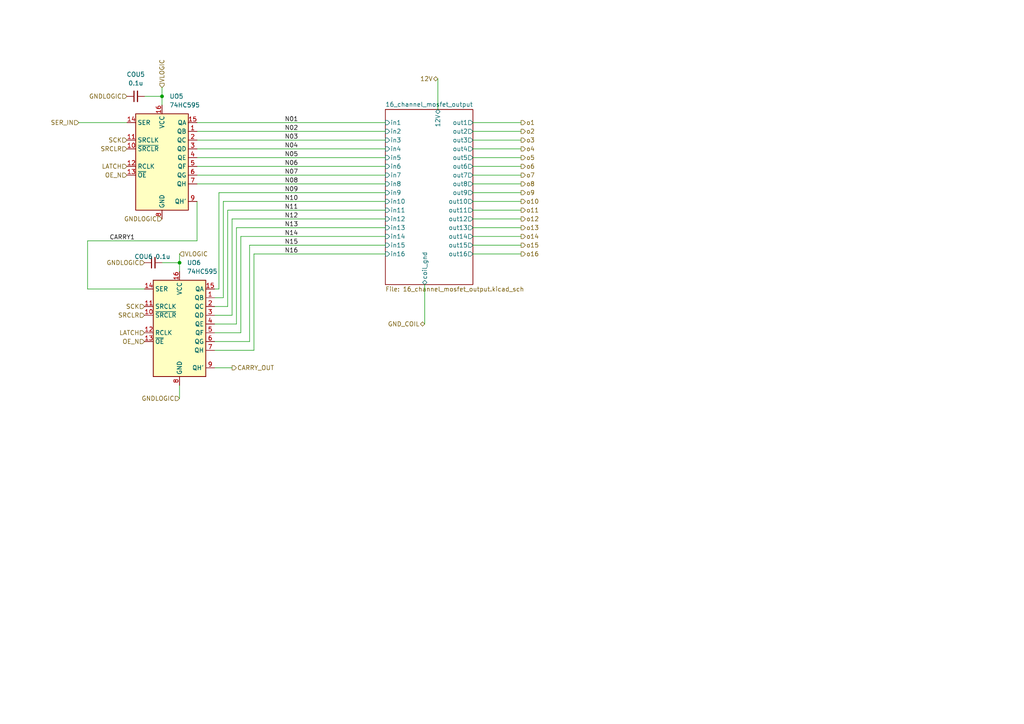
<source format=kicad_sch>
(kicad_sch
	(version 20250114)
	(generator "eeschema")
	(generator_version "9.0")
	(uuid "40e50d09-ea3c-455b-9755-f1f5941e9fc7")
	(paper "A4")
	(lib_symbols
		(symbol "74xx:74HC595"
			(exclude_from_sim no)
			(in_bom yes)
			(on_board yes)
			(property "Reference" "U"
				(at -7.62 13.97 0)
				(effects
					(font
						(size 1.27 1.27)
					)
				)
			)
			(property "Value" "74HC595"
				(at -7.62 -16.51 0)
				(effects
					(font
						(size 1.27 1.27)
					)
				)
			)
			(property "Footprint" ""
				(at 0 0 0)
				(effects
					(font
						(size 1.27 1.27)
					)
					(hide yes)
				)
			)
			(property "Datasheet" "http://www.ti.com/lit/ds/symlink/sn74hc595.pdf"
				(at 0 0 0)
				(effects
					(font
						(size 1.27 1.27)
					)
					(hide yes)
				)
			)
			(property "Description" "8-bit serial in/out Shift Register 3-State Outputs"
				(at 0 0 0)
				(effects
					(font
						(size 1.27 1.27)
					)
					(hide yes)
				)
			)
			(property "ki_keywords" "HCMOS SR 3State"
				(at 0 0 0)
				(effects
					(font
						(size 1.27 1.27)
					)
					(hide yes)
				)
			)
			(property "ki_fp_filters" "DIP*W7.62mm* SOIC*3.9x9.9mm*P1.27mm* TSSOP*4.4x5mm*P0.65mm* SOIC*5.3x10.2mm*P1.27mm* SOIC*7.5x10.3mm*P1.27mm*"
				(at 0 0 0)
				(effects
					(font
						(size 1.27 1.27)
					)
					(hide yes)
				)
			)
			(symbol "74HC595_1_0"
				(pin input line
					(at -10.16 10.16 0)
					(length 2.54)
					(name "SER"
						(effects
							(font
								(size 1.27 1.27)
							)
						)
					)
					(number "14"
						(effects
							(font
								(size 1.27 1.27)
							)
						)
					)
				)
				(pin input line
					(at -10.16 5.08 0)
					(length 2.54)
					(name "SRCLK"
						(effects
							(font
								(size 1.27 1.27)
							)
						)
					)
					(number "11"
						(effects
							(font
								(size 1.27 1.27)
							)
						)
					)
				)
				(pin input line
					(at -10.16 2.54 0)
					(length 2.54)
					(name "~{SRCLR}"
						(effects
							(font
								(size 1.27 1.27)
							)
						)
					)
					(number "10"
						(effects
							(font
								(size 1.27 1.27)
							)
						)
					)
				)
				(pin input line
					(at -10.16 -2.54 0)
					(length 2.54)
					(name "RCLK"
						(effects
							(font
								(size 1.27 1.27)
							)
						)
					)
					(number "12"
						(effects
							(font
								(size 1.27 1.27)
							)
						)
					)
				)
				(pin input line
					(at -10.16 -5.08 0)
					(length 2.54)
					(name "~{OE}"
						(effects
							(font
								(size 1.27 1.27)
							)
						)
					)
					(number "13"
						(effects
							(font
								(size 1.27 1.27)
							)
						)
					)
				)
				(pin power_in line
					(at 0 15.24 270)
					(length 2.54)
					(name "VCC"
						(effects
							(font
								(size 1.27 1.27)
							)
						)
					)
					(number "16"
						(effects
							(font
								(size 1.27 1.27)
							)
						)
					)
				)
				(pin power_in line
					(at 0 -17.78 90)
					(length 2.54)
					(name "GND"
						(effects
							(font
								(size 1.27 1.27)
							)
						)
					)
					(number "8"
						(effects
							(font
								(size 1.27 1.27)
							)
						)
					)
				)
				(pin tri_state line
					(at 10.16 10.16 180)
					(length 2.54)
					(name "QA"
						(effects
							(font
								(size 1.27 1.27)
							)
						)
					)
					(number "15"
						(effects
							(font
								(size 1.27 1.27)
							)
						)
					)
				)
				(pin tri_state line
					(at 10.16 7.62 180)
					(length 2.54)
					(name "QB"
						(effects
							(font
								(size 1.27 1.27)
							)
						)
					)
					(number "1"
						(effects
							(font
								(size 1.27 1.27)
							)
						)
					)
				)
				(pin tri_state line
					(at 10.16 5.08 180)
					(length 2.54)
					(name "QC"
						(effects
							(font
								(size 1.27 1.27)
							)
						)
					)
					(number "2"
						(effects
							(font
								(size 1.27 1.27)
							)
						)
					)
				)
				(pin tri_state line
					(at 10.16 2.54 180)
					(length 2.54)
					(name "QD"
						(effects
							(font
								(size 1.27 1.27)
							)
						)
					)
					(number "3"
						(effects
							(font
								(size 1.27 1.27)
							)
						)
					)
				)
				(pin tri_state line
					(at 10.16 0 180)
					(length 2.54)
					(name "QE"
						(effects
							(font
								(size 1.27 1.27)
							)
						)
					)
					(number "4"
						(effects
							(font
								(size 1.27 1.27)
							)
						)
					)
				)
				(pin tri_state line
					(at 10.16 -2.54 180)
					(length 2.54)
					(name "QF"
						(effects
							(font
								(size 1.27 1.27)
							)
						)
					)
					(number "5"
						(effects
							(font
								(size 1.27 1.27)
							)
						)
					)
				)
				(pin tri_state line
					(at 10.16 -5.08 180)
					(length 2.54)
					(name "QG"
						(effects
							(font
								(size 1.27 1.27)
							)
						)
					)
					(number "6"
						(effects
							(font
								(size 1.27 1.27)
							)
						)
					)
				)
				(pin tri_state line
					(at 10.16 -7.62 180)
					(length 2.54)
					(name "QH"
						(effects
							(font
								(size 1.27 1.27)
							)
						)
					)
					(number "7"
						(effects
							(font
								(size 1.27 1.27)
							)
						)
					)
				)
				(pin output line
					(at 10.16 -12.7 180)
					(length 2.54)
					(name "QH'"
						(effects
							(font
								(size 1.27 1.27)
							)
						)
					)
					(number "9"
						(effects
							(font
								(size 1.27 1.27)
							)
						)
					)
				)
			)
			(symbol "74HC595_1_1"
				(rectangle
					(start -7.62 12.7)
					(end 7.62 -15.24)
					(stroke
						(width 0.254)
						(type default)
					)
					(fill
						(type background)
					)
				)
			)
			(embedded_fonts no)
		)
		(symbol "Device:C_Small"
			(pin_numbers
				(hide yes)
			)
			(pin_names
				(offset 0.254)
				(hide yes)
			)
			(exclude_from_sim no)
			(in_bom yes)
			(on_board yes)
			(property "Reference" "C"
				(at 0.254 1.778 0)
				(effects
					(font
						(size 1.27 1.27)
					)
					(justify left)
				)
			)
			(property "Value" "C_Small"
				(at 0.254 -2.032 0)
				(effects
					(font
						(size 1.27 1.27)
					)
					(justify left)
				)
			)
			(property "Footprint" ""
				(at 0 0 0)
				(effects
					(font
						(size 1.27 1.27)
					)
					(hide yes)
				)
			)
			(property "Datasheet" "~"
				(at 0 0 0)
				(effects
					(font
						(size 1.27 1.27)
					)
					(hide yes)
				)
			)
			(property "Description" "Unpolarized capacitor, small symbol"
				(at 0 0 0)
				(effects
					(font
						(size 1.27 1.27)
					)
					(hide yes)
				)
			)
			(property "ki_keywords" "capacitor cap"
				(at 0 0 0)
				(effects
					(font
						(size 1.27 1.27)
					)
					(hide yes)
				)
			)
			(property "ki_fp_filters" "C_*"
				(at 0 0 0)
				(effects
					(font
						(size 1.27 1.27)
					)
					(hide yes)
				)
			)
			(symbol "C_Small_0_1"
				(polyline
					(pts
						(xy -1.524 0.508) (xy 1.524 0.508)
					)
					(stroke
						(width 0.3048)
						(type default)
					)
					(fill
						(type none)
					)
				)
				(polyline
					(pts
						(xy -1.524 -0.508) (xy 1.524 -0.508)
					)
					(stroke
						(width 0.3302)
						(type default)
					)
					(fill
						(type none)
					)
				)
			)
			(symbol "C_Small_1_1"
				(pin passive line
					(at 0 2.54 270)
					(length 2.032)
					(name "~"
						(effects
							(font
								(size 1.27 1.27)
							)
						)
					)
					(number "1"
						(effects
							(font
								(size 1.27 1.27)
							)
						)
					)
				)
				(pin passive line
					(at 0 -2.54 90)
					(length 2.032)
					(name "~"
						(effects
							(font
								(size 1.27 1.27)
							)
						)
					)
					(number "2"
						(effects
							(font
								(size 1.27 1.27)
							)
						)
					)
				)
			)
			(embedded_fonts no)
		)
	)
	(junction
		(at 52.07 76.2)
		(diameter 0)
		(color 0 0 0 0)
		(uuid "34aa0857-af6f-44c4-a7bb-1e622e83f052")
	)
	(junction
		(at 46.99 27.94)
		(diameter 0)
		(color 0 0 0 0)
		(uuid "621c53c5-6dab-4945-a4e1-660cccfa33b6")
	)
	(wire
		(pts
			(xy 46.99 27.94) (xy 46.99 30.48)
		)
		(stroke
			(width 0)
			(type default)
		)
		(uuid "00aaee10-801b-4de6-8512-99d07b99b5bc")
	)
	(wire
		(pts
			(xy 151.13 38.1) (xy 137.16 38.1)
		)
		(stroke
			(width 0)
			(type default)
		)
		(uuid "0199f447-85f5-452a-9263-480ceb608286")
	)
	(wire
		(pts
			(xy 67.31 63.5) (xy 111.76 63.5)
		)
		(stroke
			(width 0)
			(type default)
		)
		(uuid "0a6c7851-3036-42c3-b30f-68c740ee81a1")
	)
	(wire
		(pts
			(xy 52.07 76.2) (xy 52.07 78.74)
		)
		(stroke
			(width 0)
			(type default)
		)
		(uuid "0cadc53b-b988-407e-b3a4-3b78c4901797")
	)
	(wire
		(pts
			(xy 57.15 48.26) (xy 111.76 48.26)
		)
		(stroke
			(width 0)
			(type default)
		)
		(uuid "1004ca3e-cd21-4db8-83c3-1aa9229bd3a1")
	)
	(wire
		(pts
			(xy 62.23 86.36) (xy 64.77 86.36)
		)
		(stroke
			(width 0)
			(type default)
		)
		(uuid "14fe008d-61ac-42b6-961d-f3970e931c42")
	)
	(wire
		(pts
			(xy 73.66 73.66) (xy 73.66 101.6)
		)
		(stroke
			(width 0)
			(type default)
		)
		(uuid "17604d87-8809-48d8-982a-c9babe6bb6c2")
	)
	(wire
		(pts
			(xy 73.66 73.66) (xy 111.76 73.66)
		)
		(stroke
			(width 0)
			(type default)
		)
		(uuid "1c1d51f6-fb9d-437d-8b89-42e90fb1465b")
	)
	(wire
		(pts
			(xy 57.15 40.64) (xy 111.76 40.64)
		)
		(stroke
			(width 0)
			(type default)
		)
		(uuid "26686692-89ed-47a9-8fc7-ecf51e730068")
	)
	(wire
		(pts
			(xy 25.4 83.82) (xy 25.4 69.85)
		)
		(stroke
			(width 0)
			(type default)
		)
		(uuid "2a487252-0055-4fae-a730-8e1719af4248")
	)
	(wire
		(pts
			(xy 151.13 58.42) (xy 137.16 58.42)
		)
		(stroke
			(width 0)
			(type default)
		)
		(uuid "2bb4c25c-ecd6-400f-a924-ce140ec8662e")
	)
	(wire
		(pts
			(xy 151.13 66.04) (xy 137.16 66.04)
		)
		(stroke
			(width 0)
			(type default)
		)
		(uuid "2e063bb1-65a9-4e92-826d-3776e72a9b57")
	)
	(wire
		(pts
			(xy 57.15 43.18) (xy 111.76 43.18)
		)
		(stroke
			(width 0)
			(type default)
		)
		(uuid "31c6e175-4113-4839-9faf-8b1ef970cbf1")
	)
	(wire
		(pts
			(xy 151.13 45.72) (xy 137.16 45.72)
		)
		(stroke
			(width 0)
			(type default)
		)
		(uuid "374f4650-3ea2-4c9f-9c15-156b1b5f9c9f")
	)
	(wire
		(pts
			(xy 73.66 101.6) (xy 62.23 101.6)
		)
		(stroke
			(width 0)
			(type default)
		)
		(uuid "37ddf086-6a49-4334-a9e6-c6ea74ac260e")
	)
	(wire
		(pts
			(xy 57.15 45.72) (xy 111.76 45.72)
		)
		(stroke
			(width 0)
			(type default)
		)
		(uuid "3e1998d4-c664-4cc1-ad03-24839f5406e4")
	)
	(wire
		(pts
			(xy 52.07 115.57) (xy 52.07 111.76)
		)
		(stroke
			(width 0)
			(type default)
		)
		(uuid "44638191-8988-49bf-9b30-e3fb4d8fdbe6")
	)
	(wire
		(pts
			(xy 69.85 96.52) (xy 69.85 68.58)
		)
		(stroke
			(width 0)
			(type default)
		)
		(uuid "4778d50e-8f18-47d1-8dd3-deb9632c1dda")
	)
	(wire
		(pts
			(xy 151.13 55.88) (xy 137.16 55.88)
		)
		(stroke
			(width 0)
			(type default)
		)
		(uuid "4cf55746-bd58-4a3f-89d4-9e8f4f5d0adf")
	)
	(wire
		(pts
			(xy 127 22.86) (xy 127 31.75)
		)
		(stroke
			(width 0)
			(type default)
		)
		(uuid "4da0e5dd-c749-4f55-9342-c01f11a0fcb3")
	)
	(wire
		(pts
			(xy 151.13 73.66) (xy 137.16 73.66)
		)
		(stroke
			(width 0)
			(type default)
		)
		(uuid "5441af02-7caa-423d-a6dc-527ec1ac06a3")
	)
	(wire
		(pts
			(xy 123.19 82.55) (xy 123.19 93.98)
		)
		(stroke
			(width 0)
			(type default)
		)
		(uuid "5a79a1cf-e73b-4fc2-9735-2bedf031f8ef")
	)
	(wire
		(pts
			(xy 151.13 48.26) (xy 137.16 48.26)
		)
		(stroke
			(width 0)
			(type default)
		)
		(uuid "607e51e5-bb30-4217-9e7f-b98832a57a57")
	)
	(wire
		(pts
			(xy 57.15 38.1) (xy 111.76 38.1)
		)
		(stroke
			(width 0)
			(type default)
		)
		(uuid "628c4f6e-5e40-4a89-aa7a-f98684bd299f")
	)
	(wire
		(pts
			(xy 67.31 91.44) (xy 67.31 63.5)
		)
		(stroke
			(width 0)
			(type default)
		)
		(uuid "645d2919-977e-4b8b-a79b-657db1fd57d9")
	)
	(wire
		(pts
			(xy 151.13 53.34) (xy 137.16 53.34)
		)
		(stroke
			(width 0)
			(type default)
		)
		(uuid "65a15d3c-664e-4905-83c4-013df7de949c")
	)
	(wire
		(pts
			(xy 68.58 66.04) (xy 111.76 66.04)
		)
		(stroke
			(width 0)
			(type default)
		)
		(uuid "67fc9a8b-5836-405f-804b-10d63500a79a")
	)
	(wire
		(pts
			(xy 151.13 40.64) (xy 137.16 40.64)
		)
		(stroke
			(width 0)
			(type default)
		)
		(uuid "6ad9237f-1c12-4f78-a45e-d3d216af1889")
	)
	(wire
		(pts
			(xy 68.58 93.98) (xy 68.58 66.04)
		)
		(stroke
			(width 0)
			(type default)
		)
		(uuid "6fac41aa-d15d-4f59-8b95-4e57c300255b")
	)
	(wire
		(pts
			(xy 52.07 73.66) (xy 52.07 76.2)
		)
		(stroke
			(width 0)
			(type default)
		)
		(uuid "747a1022-e47f-400c-914b-b6455f4dc8f5")
	)
	(wire
		(pts
			(xy 57.15 50.8) (xy 111.76 50.8)
		)
		(stroke
			(width 0)
			(type default)
		)
		(uuid "7ca456a3-8bb3-4282-ba05-e7725580d0e2")
	)
	(wire
		(pts
			(xy 46.99 76.2) (xy 52.07 76.2)
		)
		(stroke
			(width 0)
			(type default)
		)
		(uuid "7dd1da45-f860-4cd4-a5c7-18194190c613")
	)
	(wire
		(pts
			(xy 62.23 88.9) (xy 66.04 88.9)
		)
		(stroke
			(width 0)
			(type default)
		)
		(uuid "83bdaba8-af9e-4171-a5d2-674c5b8404f2")
	)
	(wire
		(pts
			(xy 67.31 106.68) (xy 62.23 106.68)
		)
		(stroke
			(width 0)
			(type default)
		)
		(uuid "89f7f324-ead8-4bee-b35c-9b92a55c4dc5")
	)
	(wire
		(pts
			(xy 72.39 71.12) (xy 72.39 99.06)
		)
		(stroke
			(width 0)
			(type default)
		)
		(uuid "8bb7baad-94be-4ba0-a9d2-701b92ed06d3")
	)
	(wire
		(pts
			(xy 62.23 91.44) (xy 67.31 91.44)
		)
		(stroke
			(width 0)
			(type default)
		)
		(uuid "91cb1ffa-d18c-4d2d-9b5e-01930a1dfac6")
	)
	(wire
		(pts
			(xy 64.77 86.36) (xy 64.77 58.42)
		)
		(stroke
			(width 0)
			(type default)
		)
		(uuid "92b47a71-6395-4ade-8a0e-6f5c7544722e")
	)
	(wire
		(pts
			(xy 62.23 83.82) (xy 63.5 83.82)
		)
		(stroke
			(width 0)
			(type default)
		)
		(uuid "931c1574-d43f-4123-8ffd-6a4593e83d0c")
	)
	(wire
		(pts
			(xy 66.04 88.9) (xy 66.04 60.96)
		)
		(stroke
			(width 0)
			(type default)
		)
		(uuid "93b6312a-7608-424d-b82f-99961f4a41b5")
	)
	(wire
		(pts
			(xy 57.15 53.34) (xy 111.76 53.34)
		)
		(stroke
			(width 0)
			(type default)
		)
		(uuid "a038d163-b194-41e1-a5d6-8bcad8c0a7d0")
	)
	(wire
		(pts
			(xy 57.15 35.56) (xy 111.76 35.56)
		)
		(stroke
			(width 0)
			(type default)
		)
		(uuid "a1dacb0c-2652-49e4-86f6-1c770e75fcad")
	)
	(wire
		(pts
			(xy 62.23 99.06) (xy 72.39 99.06)
		)
		(stroke
			(width 0)
			(type default)
		)
		(uuid "ab46a4d4-bf35-4b71-becb-3945d1464d7b")
	)
	(wire
		(pts
			(xy 66.04 60.96) (xy 111.76 60.96)
		)
		(stroke
			(width 0)
			(type default)
		)
		(uuid "ab7b8831-4cce-4270-a116-f25a8e7f9892")
	)
	(wire
		(pts
			(xy 22.86 35.56) (xy 36.83 35.56)
		)
		(stroke
			(width 0)
			(type default)
		)
		(uuid "af23f3a9-915f-4dc1-9616-c49032ca941f")
	)
	(wire
		(pts
			(xy 151.13 71.12) (xy 137.16 71.12)
		)
		(stroke
			(width 0)
			(type default)
		)
		(uuid "c1d23088-27d5-4512-a045-626887e1c020")
	)
	(wire
		(pts
			(xy 151.13 43.18) (xy 137.16 43.18)
		)
		(stroke
			(width 0)
			(type default)
		)
		(uuid "c1d8e0c1-c557-45d6-a51e-d1cbfe4666d0")
	)
	(wire
		(pts
			(xy 46.99 25.4) (xy 46.99 27.94)
		)
		(stroke
			(width 0)
			(type default)
		)
		(uuid "c5a89761-120e-48aa-b95c-9fda97ac1237")
	)
	(wire
		(pts
			(xy 63.5 83.82) (xy 63.5 55.88)
		)
		(stroke
			(width 0)
			(type default)
		)
		(uuid "cece05d2-f0d4-4e66-b69e-b95ddb6dfd29")
	)
	(wire
		(pts
			(xy 151.13 35.56) (xy 137.16 35.56)
		)
		(stroke
			(width 0)
			(type default)
		)
		(uuid "d2467320-747c-4875-a8ce-1b595ff97f18")
	)
	(wire
		(pts
			(xy 41.91 27.94) (xy 46.99 27.94)
		)
		(stroke
			(width 0)
			(type default)
		)
		(uuid "d5456616-6790-4dd1-9247-58ef4f27893b")
	)
	(wire
		(pts
			(xy 72.39 71.12) (xy 111.76 71.12)
		)
		(stroke
			(width 0)
			(type default)
		)
		(uuid "d8fad50f-fd51-4b9a-a669-2763f279dc5b")
	)
	(wire
		(pts
			(xy 151.13 60.96) (xy 137.16 60.96)
		)
		(stroke
			(width 0)
			(type default)
		)
		(uuid "db700b61-9e99-4298-bb3e-fcab04acafd3")
	)
	(wire
		(pts
			(xy 69.85 68.58) (xy 111.76 68.58)
		)
		(stroke
			(width 0)
			(type default)
		)
		(uuid "dd31648d-fb8f-4383-a2d8-823cc14d9598")
	)
	(wire
		(pts
			(xy 57.15 69.85) (xy 57.15 58.42)
		)
		(stroke
			(width 0)
			(type default)
		)
		(uuid "ddab4e4c-8468-4c1b-b551-df76d1e1efec")
	)
	(wire
		(pts
			(xy 151.13 50.8) (xy 137.16 50.8)
		)
		(stroke
			(width 0)
			(type default)
		)
		(uuid "de62589f-0e99-4711-9a05-d588d877c1d6")
	)
	(wire
		(pts
			(xy 62.23 96.52) (xy 69.85 96.52)
		)
		(stroke
			(width 0)
			(type default)
		)
		(uuid "e0271300-22a3-4654-b7f3-e3aea4ea3c67")
	)
	(wire
		(pts
			(xy 151.13 63.5) (xy 137.16 63.5)
		)
		(stroke
			(width 0)
			(type default)
		)
		(uuid "e32241b8-12de-42c4-83f4-c063143094a0")
	)
	(wire
		(pts
			(xy 41.91 83.82) (xy 25.4 83.82)
		)
		(stroke
			(width 0)
			(type default)
		)
		(uuid "e66115d2-b703-4081-a14c-39643401ae6b")
	)
	(wire
		(pts
			(xy 63.5 55.88) (xy 111.76 55.88)
		)
		(stroke
			(width 0)
			(type default)
		)
		(uuid "ee4bc94b-d0a5-4e1a-8caa-958236330e2b")
	)
	(wire
		(pts
			(xy 64.77 58.42) (xy 111.76 58.42)
		)
		(stroke
			(width 0)
			(type default)
		)
		(uuid "f2c966ea-51ea-49f0-9f5a-7d24a530d137")
	)
	(wire
		(pts
			(xy 62.23 93.98) (xy 68.58 93.98)
		)
		(stroke
			(width 0)
			(type default)
		)
		(uuid "f6148e76-3f16-4829-814a-1c4b371ebf76")
	)
	(wire
		(pts
			(xy 25.4 69.85) (xy 57.15 69.85)
		)
		(stroke
			(width 0)
			(type default)
		)
		(uuid "f890dbac-2710-45be-b4ea-64b888a71245")
	)
	(wire
		(pts
			(xy 151.13 68.58) (xy 137.16 68.58)
		)
		(stroke
			(width 0)
			(type default)
		)
		(uuid "f9e70f48-8e93-479f-9fce-ec85545432e8")
	)
	(label "N07"
		(at 82.55 50.8 0)
		(effects
			(font
				(size 1.27 1.27)
			)
			(justify left bottom)
		)
		(uuid "0d2d32ba-159c-403e-8d23-64ff36ce01e2")
	)
	(label "N02"
		(at 82.55 38.1 0)
		(effects
			(font
				(size 1.27 1.27)
			)
			(justify left bottom)
		)
		(uuid "115f5115-e65d-45e5-a9fa-4ec6280a09d5")
	)
	(label "N09"
		(at 82.55 55.88 0)
		(effects
			(font
				(size 1.27 1.27)
			)
			(justify left bottom)
		)
		(uuid "1762f3ee-40ac-4eee-94f5-7deb1f0526a7")
	)
	(label "N08"
		(at 82.55 53.34 0)
		(effects
			(font
				(size 1.27 1.27)
			)
			(justify left bottom)
		)
		(uuid "23bdbe3e-4085-42b1-9a13-be43f076d454")
	)
	(label "N13"
		(at 82.55 66.04 0)
		(effects
			(font
				(size 1.27 1.27)
			)
			(justify left bottom)
		)
		(uuid "2476525a-37e0-435c-971c-ce8667c6d31b")
	)
	(label "N06"
		(at 82.55 48.26 0)
		(effects
			(font
				(size 1.27 1.27)
			)
			(justify left bottom)
		)
		(uuid "48b5b9aa-1271-447c-861e-e6a80f87c1e6")
	)
	(label "N11"
		(at 82.55 60.96 0)
		(effects
			(font
				(size 1.27 1.27)
			)
			(justify left bottom)
		)
		(uuid "69d174cd-9d6e-471e-ae20-48852559d75e")
	)
	(label "N05"
		(at 82.55 45.72 0)
		(effects
			(font
				(size 1.27 1.27)
			)
			(justify left bottom)
		)
		(uuid "711f9daa-53ae-4a9b-a1da-6ad19005c045")
	)
	(label "N14"
		(at 82.55 68.58 0)
		(effects
			(font
				(size 1.27 1.27)
			)
			(justify left bottom)
		)
		(uuid "8f8ae6a0-67b4-4246-84e6-24625ffb8dae")
	)
	(label "N10"
		(at 82.55 58.42 0)
		(effects
			(font
				(size 1.27 1.27)
			)
			(justify left bottom)
		)
		(uuid "9ac6ab87-c784-4b50-a244-a6a487a7e5c6")
	)
	(label "N12"
		(at 82.55 63.5 0)
		(effects
			(font
				(size 1.27 1.27)
			)
			(justify left bottom)
		)
		(uuid "9fedf04b-a171-407d-a2d6-3d0fcf3d382c")
	)
	(label "N04"
		(at 82.55 43.18 0)
		(effects
			(font
				(size 1.27 1.27)
			)
			(justify left bottom)
		)
		(uuid "a3611257-2f4c-49c3-8011-434f5abda202")
	)
	(label "N15"
		(at 82.55 71.12 0)
		(effects
			(font
				(size 1.27 1.27)
			)
			(justify left bottom)
		)
		(uuid "b6b2898b-ba6e-48ab-822d-ed1c5357daf2")
	)
	(label "CARRY1"
		(at 31.75 69.85 0)
		(effects
			(font
				(size 1.27 1.27)
			)
			(justify left bottom)
		)
		(uuid "bc5d1cae-2488-4146-ae3e-5ad0547e2968")
	)
	(label "N01"
		(at 82.55 35.56 0)
		(effects
			(font
				(size 1.27 1.27)
			)
			(justify left bottom)
		)
		(uuid "c36f05f3-5d10-4759-bb15-516dc816183d")
	)
	(label "N16"
		(at 82.55 73.66 0)
		(effects
			(font
				(size 1.27 1.27)
			)
			(justify left bottom)
		)
		(uuid "cc49bb9b-b7f7-4a24-a27a-741c891d6d3d")
	)
	(label "N03"
		(at 82.55 40.64 0)
		(effects
			(font
				(size 1.27 1.27)
			)
			(justify left bottom)
		)
		(uuid "fbc70174-01b6-44a7-9a5b-3e203491742d")
	)
	(hierarchical_label "SER_IN"
		(shape input)
		(at 22.86 35.56 180)
		(effects
			(font
				(size 1.27 1.27)
			)
			(justify right)
		)
		(uuid "00b48970-29d9-4150-bdcd-b440633e3c86")
	)
	(hierarchical_label "o1"
		(shape output)
		(at 151.13 35.56 0)
		(effects
			(font
				(size 1.27 1.27)
			)
			(justify left)
		)
		(uuid "0111c78f-5529-4d46-9bd8-95499dbe628c")
	)
	(hierarchical_label "o12"
		(shape output)
		(at 151.13 63.5 0)
		(effects
			(font
				(size 1.27 1.27)
			)
			(justify left)
		)
		(uuid "02256832-9501-4765-b501-fb5cacf33152")
	)
	(hierarchical_label "VLOGIC"
		(shape input)
		(at 52.07 73.66 0)
		(effects
			(font
				(size 1.27 1.27)
			)
			(justify left)
		)
		(uuid "0482d407-0de9-4d78-b373-df585c465316")
	)
	(hierarchical_label "GNDLOGIC"
		(shape input)
		(at 52.07 115.57 180)
		(effects
			(font
				(size 1.27 1.27)
			)
			(justify right)
		)
		(uuid "05281dab-b373-4024-9106-b3546cbe1b01")
	)
	(hierarchical_label "GND_COIL"
		(shape bidirectional)
		(at 123.19 93.98 180)
		(effects
			(font
				(size 1.27 1.27)
			)
			(justify right)
		)
		(uuid "08a3ecde-26b2-4667-9f24-fb7ae0da9cf5")
	)
	(hierarchical_label "o8"
		(shape output)
		(at 151.13 53.34 0)
		(effects
			(font
				(size 1.27 1.27)
			)
			(justify left)
		)
		(uuid "2229fe86-9a3b-4c66-b6d8-050320f5a836")
	)
	(hierarchical_label "o15"
		(shape output)
		(at 151.13 71.12 0)
		(effects
			(font
				(size 1.27 1.27)
			)
			(justify left)
		)
		(uuid "2de57cac-39a5-40c5-9471-4470c70b894d")
	)
	(hierarchical_label "o16"
		(shape output)
		(at 151.13 73.66 0)
		(effects
			(font
				(size 1.27 1.27)
			)
			(justify left)
		)
		(uuid "30517c35-39dc-45c8-9bf9-ed623e7b80de")
	)
	(hierarchical_label "LATCH"
		(shape input)
		(at 41.91 96.52 180)
		(effects
			(font
				(size 1.27 1.27)
			)
			(justify right)
		)
		(uuid "308864a5-8017-4fcb-b0ca-3d874faaecbb")
	)
	(hierarchical_label "12V"
		(shape bidirectional)
		(at 127 22.86 180)
		(effects
			(font
				(size 1.27 1.27)
			)
			(justify right)
		)
		(uuid "338180f1-d942-4f33-b72d-cbd51f4cdceb")
	)
	(hierarchical_label "SRCLR"
		(shape input)
		(at 41.91 91.44 180)
		(effects
			(font
				(size 1.27 1.27)
			)
			(justify right)
		)
		(uuid "36d2da03-1189-43f6-942f-47c7b6085cf7")
	)
	(hierarchical_label "OE_N"
		(shape input)
		(at 41.91 99.06 180)
		(effects
			(font
				(size 1.27 1.27)
			)
			(justify right)
		)
		(uuid "3eb975a4-f98b-4cb0-8139-e958d6f29dde")
	)
	(hierarchical_label "OE_N"
		(shape input)
		(at 36.83 50.8 180)
		(effects
			(font
				(size 1.27 1.27)
			)
			(justify right)
		)
		(uuid "4af69cc3-80ce-4623-a98d-b1fc73667a03")
	)
	(hierarchical_label "o11"
		(shape output)
		(at 151.13 60.96 0)
		(effects
			(font
				(size 1.27 1.27)
			)
			(justify left)
		)
		(uuid "4b1c41c0-a4f6-4744-b2a1-0afc486b0f62")
	)
	(hierarchical_label "o7"
		(shape output)
		(at 151.13 50.8 0)
		(effects
			(font
				(size 1.27 1.27)
			)
			(justify left)
		)
		(uuid "4f6c1884-2b67-4f28-babd-0bab0a824a32")
	)
	(hierarchical_label "o5"
		(shape output)
		(at 151.13 45.72 0)
		(effects
			(font
				(size 1.27 1.27)
			)
			(justify left)
		)
		(uuid "52a3c710-fc02-4cd1-b6b6-96c22562e2ff")
	)
	(hierarchical_label "SCK"
		(shape input)
		(at 41.91 88.9 180)
		(effects
			(font
				(size 1.27 1.27)
			)
			(justify right)
		)
		(uuid "59bbec6a-4ba7-40e1-8083-3225411bdb8b")
	)
	(hierarchical_label "o4"
		(shape output)
		(at 151.13 43.18 0)
		(effects
			(font
				(size 1.27 1.27)
			)
			(justify left)
		)
		(uuid "5f8d2325-1ccf-437d-bd40-d80a86cad83c")
	)
	(hierarchical_label "GNDLOGIC"
		(shape input)
		(at 41.91 76.2 180)
		(effects
			(font
				(size 1.27 1.27)
			)
			(justify right)
		)
		(uuid "688b454f-226a-4e5d-b6a8-877cc3a7878b")
	)
	(hierarchical_label "SCK"
		(shape input)
		(at 36.83 40.64 180)
		(effects
			(font
				(size 1.27 1.27)
			)
			(justify right)
		)
		(uuid "6bde6d50-a089-4f88-ae51-bdf7d40c1482")
	)
	(hierarchical_label "VLOGIC"
		(shape input)
		(at 46.99 25.4 90)
		(effects
			(font
				(size 1.27 1.27)
			)
			(justify left)
		)
		(uuid "870050db-f261-4710-90b6-833ae6469630")
	)
	(hierarchical_label "o14"
		(shape output)
		(at 151.13 68.58 0)
		(effects
			(font
				(size 1.27 1.27)
			)
			(justify left)
		)
		(uuid "8f64de72-0da2-49c0-8a21-6ae2bbc54496")
	)
	(hierarchical_label "o6"
		(shape output)
		(at 151.13 48.26 0)
		(effects
			(font
				(size 1.27 1.27)
			)
			(justify left)
		)
		(uuid "9a788a0a-bf5f-45c0-89ad-12289892109e")
	)
	(hierarchical_label "o13"
		(shape output)
		(at 151.13 66.04 0)
		(effects
			(font
				(size 1.27 1.27)
			)
			(justify left)
		)
		(uuid "a2d6490d-54d3-4f68-bd3b-8811b0ad0242")
	)
	(hierarchical_label "o10"
		(shape output)
		(at 151.13 58.42 0)
		(effects
			(font
				(size 1.27 1.27)
			)
			(justify left)
		)
		(uuid "a88ccdcd-209d-4692-ae68-96e8e68db764")
	)
	(hierarchical_label "o2"
		(shape output)
		(at 151.13 38.1 0)
		(effects
			(font
				(size 1.27 1.27)
			)
			(justify left)
		)
		(uuid "a9b506ea-2ae4-406d-89cd-92caf8f127bb")
	)
	(hierarchical_label "o9"
		(shape output)
		(at 151.13 55.88 0)
		(effects
			(font
				(size 1.27 1.27)
			)
			(justify left)
		)
		(uuid "aa41c37d-a907-47c2-9e9d-dfec4826faf4")
	)
	(hierarchical_label "GNDLOGIC"
		(shape input)
		(at 36.83 27.94 180)
		(effects
			(font
				(size 1.27 1.27)
			)
			(justify right)
		)
		(uuid "ac97da23-a6af-466b-9c41-7bba42e53828")
	)
	(hierarchical_label "SRCLR"
		(shape input)
		(at 36.83 43.18 180)
		(effects
			(font
				(size 1.27 1.27)
			)
			(justify right)
		)
		(uuid "b83874e9-19ef-4d26-adc4-efb263aa239a")
	)
	(hierarchical_label "LATCH"
		(shape input)
		(at 36.83 48.26 180)
		(effects
			(font
				(size 1.27 1.27)
			)
			(justify right)
		)
		(uuid "bf0caad3-11e4-4437-adbe-eba7f26c4eef")
	)
	(hierarchical_label "CARRY_OUT"
		(shape output)
		(at 67.31 106.68 0)
		(effects
			(font
				(size 1.27 1.27)
			)
			(justify left)
		)
		(uuid "d44873ad-6c79-4eda-aef2-7b99c1bb7677")
	)
	(hierarchical_label "GNDLOGIC"
		(shape input)
		(at 46.99 63.5 180)
		(effects
			(font
				(size 1.27 1.27)
			)
			(justify right)
		)
		(uuid "e57fc1ba-a3bb-4c59-8039-15c473467adb")
	)
	(hierarchical_label "o3"
		(shape output)
		(at 151.13 40.64 0)
		(effects
			(font
				(size 1.27 1.27)
			)
			(justify left)
		)
		(uuid "ffdc83a0-4a92-435e-8249-4d01261873aa")
	)
	(symbol
		(lib_id "Device:C_Small")
		(at 44.45 76.2 90)
		(unit 1)
		(exclude_from_sim no)
		(in_bom yes)
		(on_board yes)
		(dnp no)
		(uuid "408d89d4-70d1-4666-8610-622aa13c0276")
		(property "Reference" "COU2"
			(at 41.656 74.422 90)
			(effects
				(font
					(size 1.27 1.27)
				)
			)
		)
		(property "Value" "0.1u"
			(at 47.244 74.422 90)
			(effects
				(font
					(size 1.27 1.27)
				)
			)
		)
		(property "Footprint" "Capacitor_SMD:C_0805_2012Metric"
			(at 44.45 76.2 0)
			(effects
				(font
					(size 1.27 1.27)
				)
				(hide yes)
			)
		)
		(property "Datasheet" "~"
			(at 44.45 76.2 0)
			(effects
				(font
					(size 1.27 1.27)
				)
				(hide yes)
			)
		)
		(property "Description" "Unpolarized capacitor, small symbol"
			(at 44.45 76.2 0)
			(effects
				(font
					(size 1.27 1.27)
				)
				(hide yes)
			)
		)
		(pin "1"
			(uuid "def114f8-6839-48dd-8b81-35346cdd00a0")
		)
		(pin "2"
			(uuid "a4cca204-12d7-4d58-995b-f5c02271f419")
		)
		(instances
			(project "OrganUnifiedSoundboard"
				(path "/4a899aa1-9bb8-4bd0-98b8-a923f79fe9df/940cad80-7c04-4585-9e43-fbe4083e52d7/0d76a18f-27f1-44a4-9313-414acb063caa"
					(reference "COU6")
					(unit 1)
				)
				(path "/4a899aa1-9bb8-4bd0-98b8-a923f79fe9df/940cad80-7c04-4585-9e43-fbe4083e52d7/23e30394-bdf6-4dc3-97a2-9c78a1100901"
					(reference "COU10")
					(unit 1)
				)
				(path "/4a899aa1-9bb8-4bd0-98b8-a923f79fe9df/940cad80-7c04-4585-9e43-fbe4083e52d7/4c6039a4-6228-4cb9-9184-a4eca7c626a1"
					(reference "COU2")
					(unit 1)
				)
				(path "/4a899aa1-9bb8-4bd0-98b8-a923f79fe9df/940cad80-7c04-4585-9e43-fbe4083e52d7/53c872bd-8d74-47bb-ae30-2ff7bcb9311b"
					(reference "COU8")
					(unit 1)
				)
				(path "/4a899aa1-9bb8-4bd0-98b8-a923f79fe9df/940cad80-7c04-4585-9e43-fbe4083e52d7/c9453c30-c78e-4d19-b964-d234c5a57625"
					(reference "COU4")
					(unit 1)
				)
			)
		)
	)
	(symbol
		(lib_id "Device:C_Small")
		(at 39.37 27.94 90)
		(unit 1)
		(exclude_from_sim no)
		(in_bom yes)
		(on_board yes)
		(dnp no)
		(fields_autoplaced yes)
		(uuid "97ea2e71-9511-4c9f-8198-c9dc8bd151da")
		(property "Reference" "COU1"
			(at 39.3763 21.59 90)
			(effects
				(font
					(size 1.27 1.27)
				)
			)
		)
		(property "Value" "0.1u"
			(at 39.3763 24.13 90)
			(effects
				(font
					(size 1.27 1.27)
				)
			)
		)
		(property "Footprint" "Capacitor_SMD:C_0805_2012Metric"
			(at 39.37 27.94 0)
			(effects
				(font
					(size 1.27 1.27)
				)
				(hide yes)
			)
		)
		(property "Datasheet" "~"
			(at 39.37 27.94 0)
			(effects
				(font
					(size 1.27 1.27)
				)
				(hide yes)
			)
		)
		(property "Description" "Unpolarized capacitor, small symbol"
			(at 39.37 27.94 0)
			(effects
				(font
					(size 1.27 1.27)
				)
				(hide yes)
			)
		)
		(pin "1"
			(uuid "9762d1b3-513d-4cf7-a6d7-8bbe43077161")
		)
		(pin "2"
			(uuid "ee29a640-229e-4bd2-848b-0bd3363df8ab")
		)
		(instances
			(project "OrganUnifiedSoundboard"
				(path "/4a899aa1-9bb8-4bd0-98b8-a923f79fe9df/940cad80-7c04-4585-9e43-fbe4083e52d7/0d76a18f-27f1-44a4-9313-414acb063caa"
					(reference "COU5")
					(unit 1)
				)
				(path "/4a899aa1-9bb8-4bd0-98b8-a923f79fe9df/940cad80-7c04-4585-9e43-fbe4083e52d7/23e30394-bdf6-4dc3-97a2-9c78a1100901"
					(reference "COU9")
					(unit 1)
				)
				(path "/4a899aa1-9bb8-4bd0-98b8-a923f79fe9df/940cad80-7c04-4585-9e43-fbe4083e52d7/4c6039a4-6228-4cb9-9184-a4eca7c626a1"
					(reference "COU1")
					(unit 1)
				)
				(path "/4a899aa1-9bb8-4bd0-98b8-a923f79fe9df/940cad80-7c04-4585-9e43-fbe4083e52d7/53c872bd-8d74-47bb-ae30-2ff7bcb9311b"
					(reference "COU7")
					(unit 1)
				)
				(path "/4a899aa1-9bb8-4bd0-98b8-a923f79fe9df/940cad80-7c04-4585-9e43-fbe4083e52d7/c9453c30-c78e-4d19-b964-d234c5a57625"
					(reference "COU3")
					(unit 1)
				)
			)
		)
	)
	(symbol
		(lib_id "74xx:74HC595")
		(at 46.99 45.72 0)
		(unit 1)
		(exclude_from_sim no)
		(in_bom yes)
		(on_board yes)
		(dnp no)
		(fields_autoplaced yes)
		(uuid "990fff94-8ebf-42c4-bf7a-943fa16339e3")
		(property "Reference" "UO1"
			(at 49.1333 27.94 0)
			(effects
				(font
					(size 1.27 1.27)
				)
				(justify left)
			)
		)
		(property "Value" "74HC595"
			(at 49.1333 30.48 0)
			(effects
				(font
					(size 1.27 1.27)
				)
				(justify left)
			)
		)
		(property "Footprint" "Package_SO:SOP-16_3.9x9.9mm_P1.27mm"
			(at 46.99 45.72 0)
			(effects
				(font
					(size 1.27 1.27)
				)
				(hide yes)
			)
		)
		(property "Datasheet" "http://www.ti.com/lit/ds/symlink/sn74hc595.pdf"
			(at 46.99 45.72 0)
			(effects
				(font
					(size 1.27 1.27)
				)
				(hide yes)
			)
		)
		(property "Description" "8-bit serial in/out Shift Register 3-State Outputs"
			(at 46.99 45.72 0)
			(effects
				(font
					(size 1.27 1.27)
				)
				(hide yes)
			)
		)
		(pin "13"
			(uuid "ae272c69-eb09-498d-be4f-b26623b782f5")
		)
		(pin "4"
			(uuid "b9401995-f8ee-45a6-8b33-ea6f0da98004")
		)
		(pin "7"
			(uuid "010b61b5-59d0-44c5-8af4-b576afd5989c")
		)
		(pin "10"
			(uuid "2e247c99-4b7c-4208-a6eb-1f0c3ad09a1e")
		)
		(pin "5"
			(uuid "b152c077-d589-4e05-8cd4-26b2c29710c5")
		)
		(pin "12"
			(uuid "d75ee3d7-285e-40d3-9bf5-5e1d6d469b05")
		)
		(pin "16"
			(uuid "f2c5fe44-cb41-40fb-a218-059e9f18f0a0")
		)
		(pin "15"
			(uuid "0e93a322-4bb2-4bdf-bbb7-b33ba4bafc57")
		)
		(pin "2"
			(uuid "7ef7e71a-137e-405d-be69-7f41adf087c5")
		)
		(pin "11"
			(uuid "2bb74561-6ab5-47ce-b622-1e91efbd56ea")
		)
		(pin "3"
			(uuid "46a76175-da98-4a72-ae35-cf47040d0867")
		)
		(pin "9"
			(uuid "73fadac1-1e72-4867-b284-ed916ccc1cce")
		)
		(pin "14"
			(uuid "626d920d-ef03-4014-8c21-2f2eb35b015a")
		)
		(pin "8"
			(uuid "a5093a3b-d300-495a-b556-b446cad87451")
		)
		(pin "1"
			(uuid "8b53c540-6622-49d3-9015-6a1ace50633b")
		)
		(pin "6"
			(uuid "957346f7-0904-4fde-88bb-d9a32368ebe9")
		)
		(instances
			(project "OrganUnifiedSoundboard"
				(path "/4a899aa1-9bb8-4bd0-98b8-a923f79fe9df/940cad80-7c04-4585-9e43-fbe4083e52d7/0d76a18f-27f1-44a4-9313-414acb063caa"
					(reference "UO5")
					(unit 1)
				)
				(path "/4a899aa1-9bb8-4bd0-98b8-a923f79fe9df/940cad80-7c04-4585-9e43-fbe4083e52d7/23e30394-bdf6-4dc3-97a2-9c78a1100901"
					(reference "UO9")
					(unit 1)
				)
				(path "/4a899aa1-9bb8-4bd0-98b8-a923f79fe9df/940cad80-7c04-4585-9e43-fbe4083e52d7/4c6039a4-6228-4cb9-9184-a4eca7c626a1"
					(reference "UO1")
					(unit 1)
				)
				(path "/4a899aa1-9bb8-4bd0-98b8-a923f79fe9df/940cad80-7c04-4585-9e43-fbe4083e52d7/53c872bd-8d74-47bb-ae30-2ff7bcb9311b"
					(reference "UO7")
					(unit 1)
				)
				(path "/4a899aa1-9bb8-4bd0-98b8-a923f79fe9df/940cad80-7c04-4585-9e43-fbe4083e52d7/c9453c30-c78e-4d19-b964-d234c5a57625"
					(reference "UO3")
					(unit 1)
				)
			)
		)
	)
	(symbol
		(lib_id "74xx:74HC595")
		(at 52.07 93.98 0)
		(unit 1)
		(exclude_from_sim no)
		(in_bom yes)
		(on_board yes)
		(dnp no)
		(fields_autoplaced yes)
		(uuid "ee6a7abf-4e53-4764-972e-3d1b751e75ab")
		(property "Reference" "UO2"
			(at 54.2133 76.2 0)
			(effects
				(font
					(size 1.27 1.27)
				)
				(justify left)
			)
		)
		(property "Value" "74HC595"
			(at 54.2133 78.74 0)
			(effects
				(font
					(size 1.27 1.27)
				)
				(justify left)
			)
		)
		(property "Footprint" "Package_SO:SOP-16_3.9x9.9mm_P1.27mm"
			(at 52.07 93.98 0)
			(effects
				(font
					(size 1.27 1.27)
				)
				(hide yes)
			)
		)
		(property "Datasheet" "http://www.ti.com/lit/ds/symlink/sn74hc595.pdf"
			(at 52.07 93.98 0)
			(effects
				(font
					(size 1.27 1.27)
				)
				(hide yes)
			)
		)
		(property "Description" "8-bit serial in/out Shift Register 3-State Outputs"
			(at 52.07 93.98 0)
			(effects
				(font
					(size 1.27 1.27)
				)
				(hide yes)
			)
		)
		(pin "13"
			(uuid "5e20738f-daed-4dfe-9c70-17b23a2535f4")
		)
		(pin "4"
			(uuid "6ce46cf0-3bd9-481d-af14-d1e27043b97b")
		)
		(pin "7"
			(uuid "c7fca09f-80da-49b0-a136-970008f2f18b")
		)
		(pin "10"
			(uuid "d27946b8-ff5e-4b44-a0be-c5c5bbb34d8f")
		)
		(pin "5"
			(uuid "8f6bbdee-3b13-43c1-99d3-d8447b4855ad")
		)
		(pin "12"
			(uuid "582c007e-e941-4ab2-a7cb-d9b9d474739a")
		)
		(pin "16"
			(uuid "ba0ac331-7f0a-447d-b3eb-676b9701f94d")
		)
		(pin "15"
			(uuid "09aa669e-c492-4a84-9ce7-0859dddd054e")
		)
		(pin "2"
			(uuid "a08f5b03-ecc5-4abe-89ec-f71bf2d108b4")
		)
		(pin "11"
			(uuid "72335150-6e6e-4c20-995b-c9531deb962f")
		)
		(pin "3"
			(uuid "d91c9e0d-cd09-4f3d-b045-b585142f25e8")
		)
		(pin "9"
			(uuid "bbf815f8-8ec1-404a-ae43-9871761cc7f9")
		)
		(pin "14"
			(uuid "008de82d-6794-4bac-b95c-a7c78208addf")
		)
		(pin "8"
			(uuid "82a674cb-baba-42b6-820b-a10cc4145e3f")
		)
		(pin "1"
			(uuid "0a1e524f-2b5c-43ae-b4eb-c9ac33e2f36b")
		)
		(pin "6"
			(uuid "55a60104-01ff-4a1a-80fe-f7215924c9ae")
		)
		(instances
			(project "OrganUnifiedSoundboard"
				(path "/4a899aa1-9bb8-4bd0-98b8-a923f79fe9df/940cad80-7c04-4585-9e43-fbe4083e52d7/0d76a18f-27f1-44a4-9313-414acb063caa"
					(reference "UO6")
					(unit 1)
				)
				(path "/4a899aa1-9bb8-4bd0-98b8-a923f79fe9df/940cad80-7c04-4585-9e43-fbe4083e52d7/23e30394-bdf6-4dc3-97a2-9c78a1100901"
					(reference "UO10")
					(unit 1)
				)
				(path "/4a899aa1-9bb8-4bd0-98b8-a923f79fe9df/940cad80-7c04-4585-9e43-fbe4083e52d7/4c6039a4-6228-4cb9-9184-a4eca7c626a1"
					(reference "UO2")
					(unit 1)
				)
				(path "/4a899aa1-9bb8-4bd0-98b8-a923f79fe9df/940cad80-7c04-4585-9e43-fbe4083e52d7/53c872bd-8d74-47bb-ae30-2ff7bcb9311b"
					(reference "UO8")
					(unit 1)
				)
				(path "/4a899aa1-9bb8-4bd0-98b8-a923f79fe9df/940cad80-7c04-4585-9e43-fbe4083e52d7/c9453c30-c78e-4d19-b964-d234c5a57625"
					(reference "UO4")
					(unit 1)
				)
			)
		)
	)
	(sheet
		(at 111.76 31.75)
		(size 25.4 50.8)
		(exclude_from_sim no)
		(in_bom yes)
		(on_board yes)
		(dnp no)
		(fields_autoplaced yes)
		(stroke
			(width 0.1524)
			(type solid)
		)
		(fill
			(color 0 0 0 0.0000)
		)
		(uuid "776b75a0-9f0c-4b99-818d-27674a6ed012")
		(property "Sheetname" "16_channel_mosfet_output"
			(at 111.76 31.0384 0)
			(effects
				(font
					(size 1.27 1.27)
				)
				(justify left bottom)
			)
		)
		(property "Sheetfile" "16_channel_mosfet_output.kicad_sch"
			(at 111.76 83.1346 0)
			(effects
				(font
					(size 1.27 1.27)
				)
				(justify left top)
			)
		)
		(pin "12V" bidirectional
			(at 127 31.75 90)
			(uuid "928865b6-f58e-4d9d-89bd-6ec043f09ce5")
			(effects
				(font
					(size 1.27 1.27)
				)
				(justify right)
			)
		)
		(pin "coil_gnd" bidirectional
			(at 123.19 82.55 270)
			(uuid "133da1ee-9724-4139-b642-d8f3421d89cf")
			(effects
				(font
					(size 1.27 1.27)
				)
				(justify left)
			)
		)
		(pin "in1" input
			(at 111.76 35.56 180)
			(uuid "85d7977d-5ff0-42ad-b0f9-cb929c6ab28a")
			(effects
				(font
					(size 1.27 1.27)
				)
				(justify left)
			)
		)
		(pin "in2" input
			(at 111.76 38.1 180)
			(uuid "54305cb7-e49d-4bc6-93f2-c37a5b6803e2")
			(effects
				(font
					(size 1.27 1.27)
				)
				(justify left)
			)
		)
		(pin "in3" input
			(at 111.76 40.64 180)
			(uuid "62d8d2dc-9b5f-4cb3-a8ba-ab667b9a1de3")
			(effects
				(font
					(size 1.27 1.27)
				)
				(justify left)
			)
		)
		(pin "in4" input
			(at 111.76 43.18 180)
			(uuid "9936d5cf-832f-4c86-9e66-384daca872f2")
			(effects
				(font
					(size 1.27 1.27)
				)
				(justify left)
			)
		)
		(pin "in5" input
			(at 111.76 45.72 180)
			(uuid "9082cdc7-4d13-42c1-b43b-1c5cec5b114a")
			(effects
				(font
					(size 1.27 1.27)
				)
				(justify left)
			)
		)
		(pin "in6" input
			(at 111.76 48.26 180)
			(uuid "f2017560-ec58-4f84-881b-241153639339")
			(effects
				(font
					(size 1.27 1.27)
				)
				(justify left)
			)
		)
		(pin "in7" input
			(at 111.76 50.8 180)
			(uuid "b9ed1c46-4360-49ee-8559-5f8265e24cdb")
			(effects
				(font
					(size 1.27 1.27)
				)
				(justify left)
			)
		)
		(pin "in8" input
			(at 111.76 53.34 180)
			(uuid "f2dd6500-05bc-4ed8-9309-61ba1fd312e5")
			(effects
				(font
					(size 1.27 1.27)
				)
				(justify left)
			)
		)
		(pin "in9" input
			(at 111.76 55.88 180)
			(uuid "b8d601fa-5169-4583-a94e-9860da42b5c8")
			(effects
				(font
					(size 1.27 1.27)
				)
				(justify left)
			)
		)
		(pin "in10" input
			(at 111.76 58.42 180)
			(uuid "6f11261d-0afd-4822-b1d4-808a51a5f2a9")
			(effects
				(font
					(size 1.27 1.27)
				)
				(justify left)
			)
		)
		(pin "in11" input
			(at 111.76 60.96 180)
			(uuid "0ef09d80-1591-4923-8431-f65fd79773f1")
			(effects
				(font
					(size 1.27 1.27)
				)
				(justify left)
			)
		)
		(pin "in12" input
			(at 111.76 63.5 180)
			(uuid "83f75435-46ee-4119-add3-ac793985ea7b")
			(effects
				(font
					(size 1.27 1.27)
				)
				(justify left)
			)
		)
		(pin "in13" input
			(at 111.76 66.04 180)
			(uuid "7c23df04-c64c-4dc7-9540-9c7067f9b5f8")
			(effects
				(font
					(size 1.27 1.27)
				)
				(justify left)
			)
		)
		(pin "in14" input
			(at 111.76 68.58 180)
			(uuid "f15fd92f-d974-4c3d-a145-487c62c32512")
			(effects
				(font
					(size 1.27 1.27)
				)
				(justify left)
			)
		)
		(pin "in15" input
			(at 111.76 71.12 180)
			(uuid "e22519fa-88ad-4498-89df-9b1f9c962425")
			(effects
				(font
					(size 1.27 1.27)
				)
				(justify left)
			)
		)
		(pin "in16" input
			(at 111.76 73.66 180)
			(uuid "c6991b4c-c903-4d2e-83fc-e33a1b95b85a")
			(effects
				(font
					(size 1.27 1.27)
				)
				(justify left)
			)
		)
		(pin "out1" output
			(at 137.16 35.56 0)
			(uuid "adca2c00-e299-463f-a88f-bbd3682ef323")
			(effects
				(font
					(size 1.27 1.27)
				)
				(justify right)
			)
		)
		(pin "out2" output
			(at 137.16 38.1 0)
			(uuid "8c21e815-9dba-4a5c-833b-ee5d18705806")
			(effects
				(font
					(size 1.27 1.27)
				)
				(justify right)
			)
		)
		(pin "out3" output
			(at 137.16 40.64 0)
			(uuid "4ad119dd-55f9-44bd-b907-447ab2606e16")
			(effects
				(font
					(size 1.27 1.27)
				)
				(justify right)
			)
		)
		(pin "out4" output
			(at 137.16 43.18 0)
			(uuid "0f976a1f-30a1-4fb2-a8d0-2ba7a7d83bb3")
			(effects
				(font
					(size 1.27 1.27)
				)
				(justify right)
			)
		)
		(pin "out5" output
			(at 137.16 45.72 0)
			(uuid "9d3d6e02-dc7c-4b8a-b851-7e6556c2f48f")
			(effects
				(font
					(size 1.27 1.27)
				)
				(justify right)
			)
		)
		(pin "out6" output
			(at 137.16 48.26 0)
			(uuid "d7cca4ad-5c90-4f8d-abd3-28c86c500367")
			(effects
				(font
					(size 1.27 1.27)
				)
				(justify right)
			)
		)
		(pin "out7" output
			(at 137.16 50.8 0)
			(uuid "8c1c865b-8a7d-471a-a8e8-d5e33bb3bfd8")
			(effects
				(font
					(size 1.27 1.27)
				)
				(justify right)
			)
		)
		(pin "out8" output
			(at 137.16 53.34 0)
			(uuid "df7ed10c-ec18-4afd-a0a0-558c1b159d3b")
			(effects
				(font
					(size 1.27 1.27)
				)
				(justify right)
			)
		)
		(pin "out9" output
			(at 137.16 55.88 0)
			(uuid "306870d8-b0ab-43ee-81af-17106e2247f3")
			(effects
				(font
					(size 1.27 1.27)
				)
				(justify right)
			)
		)
		(pin "out10" output
			(at 137.16 58.42 0)
			(uuid "76e2982b-fda5-4850-aa5f-dfa85655bd3b")
			(effects
				(font
					(size 1.27 1.27)
				)
				(justify right)
			)
		)
		(pin "out11" output
			(at 137.16 60.96 0)
			(uuid "50f37a98-d51a-4cca-a83b-00ada6e29e65")
			(effects
				(font
					(size 1.27 1.27)
				)
				(justify right)
			)
		)
		(pin "out12" output
			(at 137.16 63.5 0)
			(uuid "408bc6f4-fbfa-4aab-b5a6-3f32bca4e80c")
			(effects
				(font
					(size 1.27 1.27)
				)
				(justify right)
			)
		)
		(pin "out13" output
			(at 137.16 66.04 0)
			(uuid "eeea4c10-337c-41b2-aff4-a2279a30bcaa")
			(effects
				(font
					(size 1.27 1.27)
				)
				(justify right)
			)
		)
		(pin "out14" output
			(at 137.16 68.58 0)
			(uuid "918ab136-1063-4b20-b396-209580a72aec")
			(effects
				(font
					(size 1.27 1.27)
				)
				(justify right)
			)
		)
		(pin "out15" output
			(at 137.16 71.12 0)
			(uuid "128de35b-3377-451f-9d76-495309be3ec0")
			(effects
				(font
					(size 1.27 1.27)
				)
				(justify right)
			)
		)
		(pin "out16" output
			(at 137.16 73.66 0)
			(uuid "71159e85-79dd-42ec-b9d4-4aa2678a55d5")
			(effects
				(font
					(size 1.27 1.27)
				)
				(justify right)
			)
		)
		(instances
			(project "OrganUnifiedSoundboard"
				(path "/4a899aa1-9bb8-4bd0-98b8-a923f79fe9df/940cad80-7c04-4585-9e43-fbe4083e52d7/4c6039a4-6228-4cb9-9184-a4eca7c626a1"
					(page "8")
				)
				(path "/4a899aa1-9bb8-4bd0-98b8-a923f79fe9df/940cad80-7c04-4585-9e43-fbe4083e52d7/c9453c30-c78e-4d19-b964-d234c5a57625"
					(page "25")
				)
				(path "/4a899aa1-9bb8-4bd0-98b8-a923f79fe9df/940cad80-7c04-4585-9e43-fbe4083e52d7/0d76a18f-27f1-44a4-9313-414acb063caa"
					(page "43")
				)
				(path "/4a899aa1-9bb8-4bd0-98b8-a923f79fe9df/940cad80-7c04-4585-9e43-fbe4083e52d7/53c872bd-8d74-47bb-ae30-2ff7bcb9311b"
					(page "61")
				)
				(path "/4a899aa1-9bb8-4bd0-98b8-a923f79fe9df/940cad80-7c04-4585-9e43-fbe4083e52d7/23e30394-bdf6-4dc3-97a2-9c78a1100901"
					(page "79")
				)
			)
		)
	)
)

</source>
